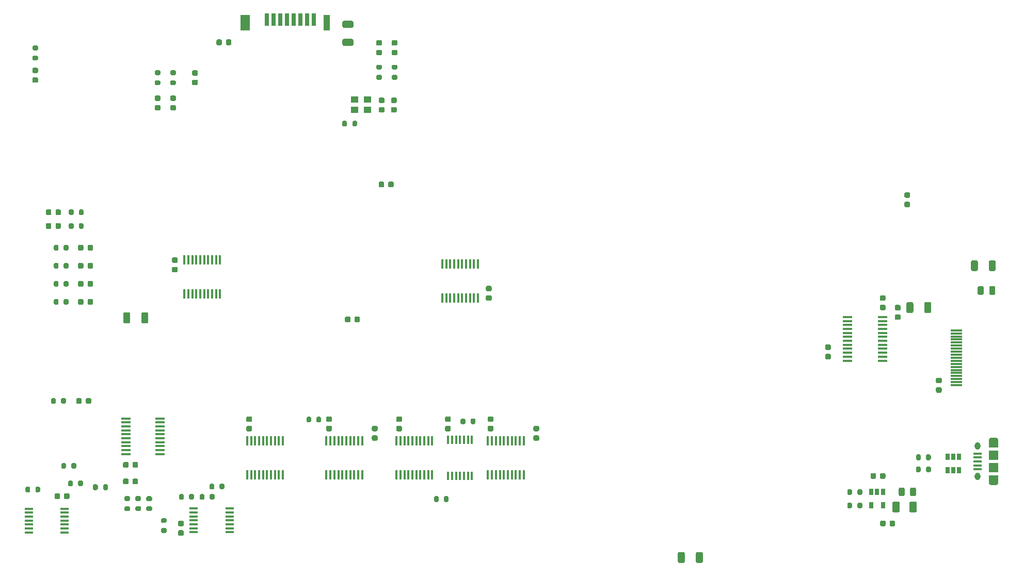
<source format=gbr>
G04 #@! TF.GenerationSoftware,KiCad,Pcbnew,5.1.9+dfsg1-1~bpo10+1*
G04 #@! TF.CreationDate,2023-04-04T12:11:00+02:00*
G04 #@! TF.ProjectId,nubus-to-ztex,6e756275-732d-4746-9f2d-7a7465782e6b,rev?*
G04 #@! TF.SameCoordinates,Original*
G04 #@! TF.FileFunction,Paste,Top*
G04 #@! TF.FilePolarity,Positive*
%FSLAX46Y46*%
G04 Gerber Fmt 4.6, Leading zero omitted, Abs format (unit mm)*
G04 Created by KiCad (PCBNEW 5.1.9+dfsg1-1~bpo10+1) date 2023-04-04 12:11:00*
%MOMM*%
%LPD*%
G01*
G04 APERTURE LIST*
%ADD10R,0.650000X1.060000*%
%ADD11O,0.950000X1.250000*%
%ADD12R,1.550000X1.200000*%
%ADD13O,1.550000X0.890000*%
%ADD14R,1.550000X1.500000*%
%ADD15R,1.350000X0.400000*%
%ADD16R,1.500000X2.600000*%
%ADD17R,1.000000X2.600000*%
%ADD18R,0.700000X2.000000*%
%ADD19R,1.300000X1.100000*%
%ADD20R,1.550000X0.450000*%
%ADD21R,0.450000X1.550000*%
%ADD22R,0.450000X1.450000*%
%ADD23R,1.450000X0.450000*%
%ADD24R,1.570000X0.410000*%
%ADD25R,1.900000X0.300000*%
G04 APERTURE END LIST*
G36*
G01*
X130765000Y-82610000D02*
X130765000Y-82110000D01*
G75*
G02*
X130990000Y-81885000I225000J0D01*
G01*
X131440000Y-81885000D01*
G75*
G02*
X131665000Y-82110000I0J-225000D01*
G01*
X131665000Y-82610000D01*
G75*
G02*
X131440000Y-82835000I-225000J0D01*
G01*
X130990000Y-82835000D01*
G75*
G02*
X130765000Y-82610000I0J225000D01*
G01*
G37*
G36*
G01*
X129215000Y-82610000D02*
X129215000Y-82110000D01*
G75*
G02*
X129440000Y-81885000I225000J0D01*
G01*
X129890000Y-81885000D01*
G75*
G02*
X130115000Y-82110000I0J-225000D01*
G01*
X130115000Y-82610000D01*
G75*
G02*
X129890000Y-82835000I-225000J0D01*
G01*
X129440000Y-82835000D01*
G75*
G02*
X129215000Y-82610000I0J225000D01*
G01*
G37*
G36*
G01*
X118130000Y-38414584D02*
X118130000Y-37902084D01*
G75*
G02*
X118348750Y-37683334I218750J0D01*
G01*
X118786250Y-37683334D01*
G75*
G02*
X119005000Y-37902084I0J-218750D01*
G01*
X119005000Y-38414584D01*
G75*
G02*
X118786250Y-38633334I-218750J0D01*
G01*
X118348750Y-38633334D01*
G75*
G02*
X118130000Y-38414584I0J218750D01*
G01*
G37*
G36*
G01*
X116555000Y-38414584D02*
X116555000Y-37902084D01*
G75*
G02*
X116773750Y-37683334I218750J0D01*
G01*
X117211250Y-37683334D01*
G75*
G02*
X117430000Y-37902084I0J-218750D01*
G01*
X117430000Y-38414584D01*
G75*
G02*
X117211250Y-38633334I-218750J0D01*
G01*
X116773750Y-38633334D01*
G75*
G02*
X116555000Y-38414584I0J218750D01*
G01*
G37*
G36*
G01*
X118130000Y-40666250D02*
X118130000Y-40153750D01*
G75*
G02*
X118348750Y-39935000I218750J0D01*
G01*
X118786250Y-39935000D01*
G75*
G02*
X119005000Y-40153750I0J-218750D01*
G01*
X119005000Y-40666250D01*
G75*
G02*
X118786250Y-40885000I-218750J0D01*
G01*
X118348750Y-40885000D01*
G75*
G02*
X118130000Y-40666250I0J218750D01*
G01*
G37*
G36*
G01*
X116555000Y-40666250D02*
X116555000Y-40153750D01*
G75*
G02*
X116773750Y-39935000I218750J0D01*
G01*
X117211250Y-39935000D01*
G75*
G02*
X117430000Y-40153750I0J-218750D01*
G01*
X117430000Y-40666250D01*
G75*
G02*
X117211250Y-40885000I-218750J0D01*
G01*
X116773750Y-40885000D01*
G75*
G02*
X116555000Y-40666250I0J218750D01*
G01*
G37*
G36*
G01*
X122702634Y-43720792D02*
X122702634Y-44233292D01*
G75*
G02*
X122483884Y-44452042I-218750J0D01*
G01*
X122046384Y-44452042D01*
G75*
G02*
X121827634Y-44233292I0J218750D01*
G01*
X121827634Y-43720792D01*
G75*
G02*
X122046384Y-43502042I218750J0D01*
G01*
X122483884Y-43502042D01*
G75*
G02*
X122702634Y-43720792I0J-218750D01*
G01*
G37*
G36*
G01*
X124277634Y-43720792D02*
X124277634Y-44233292D01*
G75*
G02*
X124058884Y-44452042I-218750J0D01*
G01*
X123621384Y-44452042D01*
G75*
G02*
X123402634Y-44233292I0J218750D01*
G01*
X123402634Y-43720792D01*
G75*
G02*
X123621384Y-43502042I218750J0D01*
G01*
X124058884Y-43502042D01*
G75*
G02*
X124277634Y-43720792I0J-218750D01*
G01*
G37*
G36*
G01*
X122702634Y-46687458D02*
X122702634Y-47199958D01*
G75*
G02*
X122483884Y-47418708I-218750J0D01*
G01*
X122046384Y-47418708D01*
G75*
G02*
X121827634Y-47199958I0J218750D01*
G01*
X121827634Y-46687458D01*
G75*
G02*
X122046384Y-46468708I218750J0D01*
G01*
X122483884Y-46468708D01*
G75*
G02*
X122702634Y-46687458I0J-218750D01*
G01*
G37*
G36*
G01*
X124277634Y-46687458D02*
X124277634Y-47199958D01*
G75*
G02*
X124058884Y-47418708I-218750J0D01*
G01*
X123621384Y-47418708D01*
G75*
G02*
X123402634Y-47199958I0J218750D01*
G01*
X123402634Y-46687458D01*
G75*
G02*
X123621384Y-46468708I218750J0D01*
G01*
X124058884Y-46468708D01*
G75*
G02*
X124277634Y-46687458I0J-218750D01*
G01*
G37*
G36*
G01*
X122702634Y-49654124D02*
X122702634Y-50166624D01*
G75*
G02*
X122483884Y-50385374I-218750J0D01*
G01*
X122046384Y-50385374D01*
G75*
G02*
X121827634Y-50166624I0J218750D01*
G01*
X121827634Y-49654124D01*
G75*
G02*
X122046384Y-49435374I218750J0D01*
G01*
X122483884Y-49435374D01*
G75*
G02*
X122702634Y-49654124I0J-218750D01*
G01*
G37*
G36*
G01*
X124277634Y-49654124D02*
X124277634Y-50166624D01*
G75*
G02*
X124058884Y-50385374I-218750J0D01*
G01*
X123621384Y-50385374D01*
G75*
G02*
X123402634Y-50166624I0J218750D01*
G01*
X123402634Y-49654124D01*
G75*
G02*
X123621384Y-49435374I218750J0D01*
G01*
X124058884Y-49435374D01*
G75*
G02*
X124277634Y-49654124I0J-218750D01*
G01*
G37*
G36*
G01*
X122702634Y-52620792D02*
X122702634Y-53133292D01*
G75*
G02*
X122483884Y-53352042I-218750J0D01*
G01*
X122046384Y-53352042D01*
G75*
G02*
X121827634Y-53133292I0J218750D01*
G01*
X121827634Y-52620792D01*
G75*
G02*
X122046384Y-52402042I218750J0D01*
G01*
X122483884Y-52402042D01*
G75*
G02*
X122702634Y-52620792I0J-218750D01*
G01*
G37*
G36*
G01*
X124277634Y-52620792D02*
X124277634Y-53133292D01*
G75*
G02*
X124058884Y-53352042I-218750J0D01*
G01*
X123621384Y-53352042D01*
G75*
G02*
X123402634Y-53133292I0J218750D01*
G01*
X123402634Y-52620792D01*
G75*
G02*
X123621384Y-52402042I218750J0D01*
G01*
X124058884Y-52402042D01*
G75*
G02*
X124277634Y-52620792I0J-218750D01*
G01*
G37*
G36*
G01*
X170947939Y-11481035D02*
X171460439Y-11481035D01*
G75*
G02*
X171679189Y-11699785I0J-218750D01*
G01*
X171679189Y-12137285D01*
G75*
G02*
X171460439Y-12356035I-218750J0D01*
G01*
X170947939Y-12356035D01*
G75*
G02*
X170729189Y-12137285I0J218750D01*
G01*
X170729189Y-11699785D01*
G75*
G02*
X170947939Y-11481035I218750J0D01*
G01*
G37*
G36*
G01*
X170947939Y-9906035D02*
X171460439Y-9906035D01*
G75*
G02*
X171679189Y-10124785I0J-218750D01*
G01*
X171679189Y-10562285D01*
G75*
G02*
X171460439Y-10781035I-218750J0D01*
G01*
X170947939Y-10781035D01*
G75*
G02*
X170729189Y-10562285I0J218750D01*
G01*
X170729189Y-10124785D01*
G75*
G02*
X170947939Y-9906035I218750J0D01*
G01*
G37*
G36*
G01*
X173487939Y-11481035D02*
X174000439Y-11481035D01*
G75*
G02*
X174219189Y-11699785I0J-218750D01*
G01*
X174219189Y-12137285D01*
G75*
G02*
X174000439Y-12356035I-218750J0D01*
G01*
X173487939Y-12356035D01*
G75*
G02*
X173269189Y-12137285I0J218750D01*
G01*
X173269189Y-11699785D01*
G75*
G02*
X173487939Y-11481035I218750J0D01*
G01*
G37*
G36*
G01*
X173487939Y-9906035D02*
X174000439Y-9906035D01*
G75*
G02*
X174219189Y-10124785I0J-218750D01*
G01*
X174219189Y-10562285D01*
G75*
G02*
X174000439Y-10781035I-218750J0D01*
G01*
X173487939Y-10781035D01*
G75*
G02*
X173269189Y-10562285I0J218750D01*
G01*
X173269189Y-10124785D01*
G75*
G02*
X173487939Y-9906035I218750J0D01*
G01*
G37*
G36*
G01*
X122410000Y-68893750D02*
X122410000Y-69406250D01*
G75*
G02*
X122191250Y-69625000I-218750J0D01*
G01*
X121753750Y-69625000D01*
G75*
G02*
X121535000Y-69406250I0J218750D01*
G01*
X121535000Y-68893750D01*
G75*
G02*
X121753750Y-68675000I218750J0D01*
G01*
X122191250Y-68675000D01*
G75*
G02*
X122410000Y-68893750I0J-218750D01*
G01*
G37*
G36*
G01*
X123985000Y-68893750D02*
X123985000Y-69406250D01*
G75*
G02*
X123766250Y-69625000I-218750J0D01*
G01*
X123328750Y-69625000D01*
G75*
G02*
X123110000Y-69406250I0J218750D01*
G01*
X123110000Y-68893750D01*
G75*
G02*
X123328750Y-68675000I218750J0D01*
G01*
X123766250Y-68675000D01*
G75*
G02*
X123985000Y-68893750I0J-218750D01*
G01*
G37*
G36*
G01*
X137666250Y-19860293D02*
X137153750Y-19860293D01*
G75*
G02*
X136935000Y-19641543I0J218750D01*
G01*
X136935000Y-19204043D01*
G75*
G02*
X137153750Y-18985293I218750J0D01*
G01*
X137666250Y-18985293D01*
G75*
G02*
X137885000Y-19204043I0J-218750D01*
G01*
X137885000Y-19641543D01*
G75*
G02*
X137666250Y-19860293I-218750J0D01*
G01*
G37*
G36*
G01*
X137666250Y-21435293D02*
X137153750Y-21435293D01*
G75*
G02*
X136935000Y-21216543I0J218750D01*
G01*
X136935000Y-20779043D01*
G75*
G02*
X137153750Y-20560293I218750J0D01*
G01*
X137666250Y-20560293D01*
G75*
G02*
X137885000Y-20779043I0J-218750D01*
G01*
X137885000Y-21216543D01*
G75*
G02*
X137666250Y-21435293I-218750J0D01*
G01*
G37*
G36*
G01*
X135136250Y-19860293D02*
X134623750Y-19860293D01*
G75*
G02*
X134405000Y-19641543I0J218750D01*
G01*
X134405000Y-19204043D01*
G75*
G02*
X134623750Y-18985293I218750J0D01*
G01*
X135136250Y-18985293D01*
G75*
G02*
X135355000Y-19204043I0J-218750D01*
G01*
X135355000Y-19641543D01*
G75*
G02*
X135136250Y-19860293I-218750J0D01*
G01*
G37*
G36*
G01*
X135136250Y-21435293D02*
X134623750Y-21435293D01*
G75*
G02*
X134405000Y-21216543I0J218750D01*
G01*
X134405000Y-20779043D01*
G75*
G02*
X134623750Y-20560293I218750J0D01*
G01*
X135136250Y-20560293D01*
G75*
G02*
X135355000Y-20779043I0J-218750D01*
G01*
X135355000Y-21216543D01*
G75*
G02*
X135136250Y-21435293I-218750J0D01*
G01*
G37*
G36*
G01*
X115056250Y-15300000D02*
X114543750Y-15300000D01*
G75*
G02*
X114325000Y-15081250I0J218750D01*
G01*
X114325000Y-14643750D01*
G75*
G02*
X114543750Y-14425000I218750J0D01*
G01*
X115056250Y-14425000D01*
G75*
G02*
X115275000Y-14643750I0J-218750D01*
G01*
X115275000Y-15081250D01*
G75*
G02*
X115056250Y-15300000I-218750J0D01*
G01*
G37*
G36*
G01*
X115056250Y-16875000D02*
X114543750Y-16875000D01*
G75*
G02*
X114325000Y-16656250I0J218750D01*
G01*
X114325000Y-16218750D01*
G75*
G02*
X114543750Y-16000000I218750J0D01*
G01*
X115056250Y-16000000D01*
G75*
G02*
X115275000Y-16218750I0J-218750D01*
G01*
X115275000Y-16656250D01*
G75*
G02*
X115056250Y-16875000I-218750J0D01*
G01*
G37*
G36*
G01*
X166810000Y-23875000D02*
X166810000Y-23325000D01*
G75*
G02*
X167010000Y-23125000I200000J0D01*
G01*
X167410000Y-23125000D01*
G75*
G02*
X167610000Y-23325000I0J-200000D01*
G01*
X167610000Y-23875000D01*
G75*
G02*
X167410000Y-24075000I-200000J0D01*
G01*
X167010000Y-24075000D01*
G75*
G02*
X166810000Y-23875000I0J200000D01*
G01*
G37*
G36*
G01*
X165160000Y-23875000D02*
X165160000Y-23325000D01*
G75*
G02*
X165360000Y-23125000I200000J0D01*
G01*
X165760000Y-23125000D01*
G75*
G02*
X165960000Y-23325000I0J-200000D01*
G01*
X165960000Y-23875000D01*
G75*
G02*
X165760000Y-24075000I-200000J0D01*
G01*
X165360000Y-24075000D01*
G75*
G02*
X165160000Y-23875000I0J200000D01*
G01*
G37*
G36*
G01*
X134605000Y-16485293D02*
X135155000Y-16485293D01*
G75*
G02*
X135355000Y-16685293I0J-200000D01*
G01*
X135355000Y-17085293D01*
G75*
G02*
X135155000Y-17285293I-200000J0D01*
G01*
X134605000Y-17285293D01*
G75*
G02*
X134405000Y-17085293I0J200000D01*
G01*
X134405000Y-16685293D01*
G75*
G02*
X134605000Y-16485293I200000J0D01*
G01*
G37*
G36*
G01*
X134605000Y-14835293D02*
X135155000Y-14835293D01*
G75*
G02*
X135355000Y-15035293I0J-200000D01*
G01*
X135355000Y-15435293D01*
G75*
G02*
X135155000Y-15635293I-200000J0D01*
G01*
X134605000Y-15635293D01*
G75*
G02*
X134405000Y-15435293I0J200000D01*
G01*
X134405000Y-15035293D01*
G75*
G02*
X134605000Y-14835293I200000J0D01*
G01*
G37*
G36*
G01*
X137145000Y-16485293D02*
X137695000Y-16485293D01*
G75*
G02*
X137895000Y-16685293I0J-200000D01*
G01*
X137895000Y-17085293D01*
G75*
G02*
X137695000Y-17285293I-200000J0D01*
G01*
X137145000Y-17285293D01*
G75*
G02*
X136945000Y-17085293I0J200000D01*
G01*
X136945000Y-16685293D01*
G75*
G02*
X137145000Y-16485293I200000J0D01*
G01*
G37*
G36*
G01*
X137145000Y-14835293D02*
X137695000Y-14835293D01*
G75*
G02*
X137895000Y-15035293I0J-200000D01*
G01*
X137895000Y-15435293D01*
G75*
G02*
X137695000Y-15635293I-200000J0D01*
G01*
X137145000Y-15635293D01*
G75*
G02*
X136945000Y-15435293I0J200000D01*
G01*
X136945000Y-15035293D01*
G75*
G02*
X137145000Y-14835293I200000J0D01*
G01*
G37*
G36*
G01*
X119035000Y-69425000D02*
X119035000Y-68875000D01*
G75*
G02*
X119235000Y-68675000I200000J0D01*
G01*
X119635000Y-68675000D01*
G75*
G02*
X119835000Y-68875000I0J-200000D01*
G01*
X119835000Y-69425000D01*
G75*
G02*
X119635000Y-69625000I-200000J0D01*
G01*
X119235000Y-69625000D01*
G75*
G02*
X119035000Y-69425000I0J200000D01*
G01*
G37*
G36*
G01*
X117385000Y-69425000D02*
X117385000Y-68875000D01*
G75*
G02*
X117585000Y-68675000I200000J0D01*
G01*
X117985000Y-68675000D01*
G75*
G02*
X118185000Y-68875000I0J-200000D01*
G01*
X118185000Y-69425000D01*
G75*
G02*
X117985000Y-69625000I-200000J0D01*
G01*
X117585000Y-69625000D01*
G75*
G02*
X117385000Y-69425000I0J200000D01*
G01*
G37*
G36*
G01*
X174019189Y-14736035D02*
X173469189Y-14736035D01*
G75*
G02*
X173269189Y-14536035I0J200000D01*
G01*
X173269189Y-14136035D01*
G75*
G02*
X173469189Y-13936035I200000J0D01*
G01*
X174019189Y-13936035D01*
G75*
G02*
X174219189Y-14136035I0J-200000D01*
G01*
X174219189Y-14536035D01*
G75*
G02*
X174019189Y-14736035I-200000J0D01*
G01*
G37*
G36*
G01*
X174019189Y-16386035D02*
X173469189Y-16386035D01*
G75*
G02*
X173269189Y-16186035I0J200000D01*
G01*
X173269189Y-15786035D01*
G75*
G02*
X173469189Y-15586035I200000J0D01*
G01*
X174019189Y-15586035D01*
G75*
G02*
X174219189Y-15786035I0J-200000D01*
G01*
X174219189Y-16186035D01*
G75*
G02*
X174019189Y-16386035I-200000J0D01*
G01*
G37*
G36*
G01*
X171479189Y-14736035D02*
X170929189Y-14736035D01*
G75*
G02*
X170729189Y-14536035I0J200000D01*
G01*
X170729189Y-14136035D01*
G75*
G02*
X170929189Y-13936035I200000J0D01*
G01*
X171479189Y-13936035D01*
G75*
G02*
X171679189Y-14136035I0J-200000D01*
G01*
X171679189Y-14536035D01*
G75*
G02*
X171479189Y-14736035I-200000J0D01*
G01*
G37*
G36*
G01*
X171479189Y-16386035D02*
X170929189Y-16386035D01*
G75*
G02*
X170729189Y-16186035I0J200000D01*
G01*
X170729189Y-15786035D01*
G75*
G02*
X170929189Y-15586035I200000J0D01*
G01*
X171479189Y-15586035D01*
G75*
G02*
X171679189Y-15786035I0J-200000D01*
G01*
X171679189Y-16186035D01*
G75*
G02*
X171479189Y-16386035I-200000J0D01*
G01*
G37*
G36*
G01*
X113975000Y-83425000D02*
X113975000Y-83975000D01*
G75*
G02*
X113775000Y-84175000I-200000J0D01*
G01*
X113375000Y-84175000D01*
G75*
G02*
X113175000Y-83975000I0J200000D01*
G01*
X113175000Y-83425000D01*
G75*
G02*
X113375000Y-83225000I200000J0D01*
G01*
X113775000Y-83225000D01*
G75*
G02*
X113975000Y-83425000I0J-200000D01*
G01*
G37*
G36*
G01*
X115625000Y-83425000D02*
X115625000Y-83975000D01*
G75*
G02*
X115425000Y-84175000I-200000J0D01*
G01*
X115025000Y-84175000D01*
G75*
G02*
X114825000Y-83975000I0J200000D01*
G01*
X114825000Y-83425000D01*
G75*
G02*
X115025000Y-83225000I200000J0D01*
G01*
X115425000Y-83225000D01*
G75*
G02*
X115625000Y-83425000I0J-200000D01*
G01*
G37*
G36*
G01*
X120725000Y-80075000D02*
X120725000Y-79525000D01*
G75*
G02*
X120925000Y-79325000I200000J0D01*
G01*
X121325000Y-79325000D01*
G75*
G02*
X121525000Y-79525000I0J-200000D01*
G01*
X121525000Y-80075000D01*
G75*
G02*
X121325000Y-80275000I-200000J0D01*
G01*
X120925000Y-80275000D01*
G75*
G02*
X120725000Y-80075000I0J200000D01*
G01*
G37*
G36*
G01*
X119075000Y-80075000D02*
X119075000Y-79525000D01*
G75*
G02*
X119275000Y-79325000I200000J0D01*
G01*
X119675000Y-79325000D01*
G75*
G02*
X119875000Y-79525000I0J-200000D01*
G01*
X119875000Y-80075000D01*
G75*
G02*
X119675000Y-80275000I-200000J0D01*
G01*
X119275000Y-80275000D01*
G75*
G02*
X119075000Y-80075000I0J200000D01*
G01*
G37*
G36*
G01*
X125075000Y-83025000D02*
X125075000Y-83575000D01*
G75*
G02*
X124875000Y-83775000I-200000J0D01*
G01*
X124475000Y-83775000D01*
G75*
G02*
X124275000Y-83575000I0J200000D01*
G01*
X124275000Y-83025000D01*
G75*
G02*
X124475000Y-82825000I200000J0D01*
G01*
X124875000Y-82825000D01*
G75*
G02*
X125075000Y-83025000I0J-200000D01*
G01*
G37*
G36*
G01*
X126725000Y-83025000D02*
X126725000Y-83575000D01*
G75*
G02*
X126525000Y-83775000I-200000J0D01*
G01*
X126125000Y-83775000D01*
G75*
G02*
X125925000Y-83575000I0J200000D01*
G01*
X125925000Y-83025000D01*
G75*
G02*
X126125000Y-82825000I200000J0D01*
G01*
X126525000Y-82825000D01*
G75*
G02*
X126725000Y-83025000I0J-200000D01*
G01*
G37*
G36*
G01*
X121825000Y-82975000D02*
X121825000Y-82425000D01*
G75*
G02*
X122025000Y-82225000I200000J0D01*
G01*
X122425000Y-82225000D01*
G75*
G02*
X122625000Y-82425000I0J-200000D01*
G01*
X122625000Y-82975000D01*
G75*
G02*
X122425000Y-83175000I-200000J0D01*
G01*
X122025000Y-83175000D01*
G75*
G02*
X121825000Y-82975000I0J200000D01*
G01*
G37*
G36*
G01*
X120175000Y-82975000D02*
X120175000Y-82425000D01*
G75*
G02*
X120375000Y-82225000I200000J0D01*
G01*
X120775000Y-82225000D01*
G75*
G02*
X120975000Y-82425000I0J-200000D01*
G01*
X120975000Y-82975000D01*
G75*
G02*
X120775000Y-83175000I-200000J0D01*
G01*
X120375000Y-83175000D01*
G75*
G02*
X120175000Y-82975000I0J200000D01*
G01*
G37*
G36*
G01*
X181837661Y-85530497D02*
X181837661Y-84980497D01*
G75*
G02*
X182037661Y-84780497I200000J0D01*
G01*
X182437661Y-84780497D01*
G75*
G02*
X182637661Y-84980497I0J-200000D01*
G01*
X182637661Y-85530497D01*
G75*
G02*
X182437661Y-85730497I-200000J0D01*
G01*
X182037661Y-85730497D01*
G75*
G02*
X181837661Y-85530497I0J200000D01*
G01*
G37*
G36*
G01*
X180187661Y-85530497D02*
X180187661Y-84980497D01*
G75*
G02*
X180387661Y-84780497I200000J0D01*
G01*
X180787661Y-84780497D01*
G75*
G02*
X180987661Y-84980497I0J-200000D01*
G01*
X180987661Y-85530497D01*
G75*
G02*
X180787661Y-85730497I-200000J0D01*
G01*
X180387661Y-85730497D01*
G75*
G02*
X180187661Y-85530497I0J200000D01*
G01*
G37*
G36*
G01*
X185375000Y-72225000D02*
X185375000Y-72775000D01*
G75*
G02*
X185175000Y-72975000I-200000J0D01*
G01*
X184775000Y-72975000D01*
G75*
G02*
X184575000Y-72775000I0J200000D01*
G01*
X184575000Y-72225000D01*
G75*
G02*
X184775000Y-72025000I200000J0D01*
G01*
X185175000Y-72025000D01*
G75*
G02*
X185375000Y-72225000I0J-200000D01*
G01*
G37*
G36*
G01*
X187025000Y-72225000D02*
X187025000Y-72775000D01*
G75*
G02*
X186825000Y-72975000I-200000J0D01*
G01*
X186425000Y-72975000D01*
G75*
G02*
X186225000Y-72775000I0J200000D01*
G01*
X186225000Y-72225000D01*
G75*
G02*
X186425000Y-72025000I200000J0D01*
G01*
X186825000Y-72025000D01*
G75*
G02*
X187025000Y-72225000I0J-200000D01*
G01*
G37*
G36*
G01*
X142575000Y-84625000D02*
X142575000Y-85175000D01*
G75*
G02*
X142375000Y-85375000I-200000J0D01*
G01*
X141975000Y-85375000D01*
G75*
G02*
X141775000Y-85175000I0J200000D01*
G01*
X141775000Y-84625000D01*
G75*
G02*
X141975000Y-84425000I200000J0D01*
G01*
X142375000Y-84425000D01*
G75*
G02*
X142575000Y-84625000I0J-200000D01*
G01*
G37*
G36*
G01*
X144225000Y-84625000D02*
X144225000Y-85175000D01*
G75*
G02*
X144025000Y-85375000I-200000J0D01*
G01*
X143625000Y-85375000D01*
G75*
G02*
X143425000Y-85175000I0J200000D01*
G01*
X143425000Y-84625000D01*
G75*
G02*
X143625000Y-84425000I200000J0D01*
G01*
X144025000Y-84425000D01*
G75*
G02*
X144225000Y-84625000I0J-200000D01*
G01*
G37*
G36*
G01*
X145025000Y-83475000D02*
X145025000Y-82925000D01*
G75*
G02*
X145225000Y-82725000I200000J0D01*
G01*
X145625000Y-82725000D01*
G75*
G02*
X145825000Y-82925000I0J-200000D01*
G01*
X145825000Y-83475000D01*
G75*
G02*
X145625000Y-83675000I-200000J0D01*
G01*
X145225000Y-83675000D01*
G75*
G02*
X145025000Y-83475000I0J200000D01*
G01*
G37*
G36*
G01*
X143375000Y-83475000D02*
X143375000Y-82925000D01*
G75*
G02*
X143575000Y-82725000I200000J0D01*
G01*
X143975000Y-82725000D01*
G75*
G02*
X144175000Y-82925000I0J-200000D01*
G01*
X144175000Y-83475000D01*
G75*
G02*
X143975000Y-83675000I-200000J0D01*
G01*
X143575000Y-83675000D01*
G75*
G02*
X143375000Y-83475000I0J200000D01*
G01*
G37*
G36*
G01*
X136175000Y-89175000D02*
X135625000Y-89175000D01*
G75*
G02*
X135425000Y-88975000I0J200000D01*
G01*
X135425000Y-88575000D01*
G75*
G02*
X135625000Y-88375000I200000J0D01*
G01*
X136175000Y-88375000D01*
G75*
G02*
X136375000Y-88575000I0J-200000D01*
G01*
X136375000Y-88975000D01*
G75*
G02*
X136175000Y-89175000I-200000J0D01*
G01*
G37*
G36*
G01*
X136175000Y-90825000D02*
X135625000Y-90825000D01*
G75*
G02*
X135425000Y-90625000I0J200000D01*
G01*
X135425000Y-90225000D01*
G75*
G02*
X135625000Y-90025000I200000J0D01*
G01*
X136175000Y-90025000D01*
G75*
G02*
X136375000Y-90225000I0J-200000D01*
G01*
X136375000Y-90625000D01*
G75*
G02*
X136175000Y-90825000I-200000J0D01*
G01*
G37*
G36*
G01*
X139175000Y-84625000D02*
X139175000Y-85175000D01*
G75*
G02*
X138975000Y-85375000I-200000J0D01*
G01*
X138575000Y-85375000D01*
G75*
G02*
X138375000Y-85175000I0J200000D01*
G01*
X138375000Y-84625000D01*
G75*
G02*
X138575000Y-84425000I200000J0D01*
G01*
X138975000Y-84425000D01*
G75*
G02*
X139175000Y-84625000I0J-200000D01*
G01*
G37*
G36*
G01*
X140825000Y-84625000D02*
X140825000Y-85175000D01*
G75*
G02*
X140625000Y-85375000I-200000J0D01*
G01*
X140225000Y-85375000D01*
G75*
G02*
X140025000Y-85175000I0J200000D01*
G01*
X140025000Y-84625000D01*
G75*
G02*
X140225000Y-84425000I200000J0D01*
G01*
X140625000Y-84425000D01*
G75*
G02*
X140825000Y-84625000I0J-200000D01*
G01*
G37*
G36*
G01*
X114525000Y-12425000D02*
X115075000Y-12425000D01*
G75*
G02*
X115275000Y-12625000I0J-200000D01*
G01*
X115275000Y-13025000D01*
G75*
G02*
X115075000Y-13225000I-200000J0D01*
G01*
X114525000Y-13225000D01*
G75*
G02*
X114325000Y-13025000I0J200000D01*
G01*
X114325000Y-12625000D01*
G75*
G02*
X114525000Y-12425000I200000J0D01*
G01*
G37*
G36*
G01*
X114525000Y-10775000D02*
X115075000Y-10775000D01*
G75*
G02*
X115275000Y-10975000I0J-200000D01*
G01*
X115275000Y-11375000D01*
G75*
G02*
X115075000Y-11575000I-200000J0D01*
G01*
X114525000Y-11575000D01*
G75*
G02*
X114325000Y-11375000I0J200000D01*
G01*
X114325000Y-10975000D01*
G75*
G02*
X114525000Y-10775000I200000J0D01*
G01*
G37*
G36*
G01*
X119477634Y-53152042D02*
X119477634Y-52602042D01*
G75*
G02*
X119677634Y-52402042I200000J0D01*
G01*
X120077634Y-52402042D01*
G75*
G02*
X120277634Y-52602042I0J-200000D01*
G01*
X120277634Y-53152042D01*
G75*
G02*
X120077634Y-53352042I-200000J0D01*
G01*
X119677634Y-53352042D01*
G75*
G02*
X119477634Y-53152042I0J200000D01*
G01*
G37*
G36*
G01*
X117827634Y-53152042D02*
X117827634Y-52602042D01*
G75*
G02*
X118027634Y-52402042I200000J0D01*
G01*
X118427634Y-52402042D01*
G75*
G02*
X118627634Y-52602042I0J-200000D01*
G01*
X118627634Y-53152042D01*
G75*
G02*
X118427634Y-53352042I-200000J0D01*
G01*
X118027634Y-53352042D01*
G75*
G02*
X117827634Y-53152042I0J200000D01*
G01*
G37*
G36*
G01*
X119477634Y-44252042D02*
X119477634Y-43702042D01*
G75*
G02*
X119677634Y-43502042I200000J0D01*
G01*
X120077634Y-43502042D01*
G75*
G02*
X120277634Y-43702042I0J-200000D01*
G01*
X120277634Y-44252042D01*
G75*
G02*
X120077634Y-44452042I-200000J0D01*
G01*
X119677634Y-44452042D01*
G75*
G02*
X119477634Y-44252042I0J200000D01*
G01*
G37*
G36*
G01*
X117827634Y-44252042D02*
X117827634Y-43702042D01*
G75*
G02*
X118027634Y-43502042I200000J0D01*
G01*
X118427634Y-43502042D01*
G75*
G02*
X118627634Y-43702042I0J-200000D01*
G01*
X118627634Y-44252042D01*
G75*
G02*
X118427634Y-44452042I-200000J0D01*
G01*
X118027634Y-44452042D01*
G75*
G02*
X117827634Y-44252042I0J200000D01*
G01*
G37*
G36*
G01*
X119477634Y-47218708D02*
X119477634Y-46668708D01*
G75*
G02*
X119677634Y-46468708I200000J0D01*
G01*
X120077634Y-46468708D01*
G75*
G02*
X120277634Y-46668708I0J-200000D01*
G01*
X120277634Y-47218708D01*
G75*
G02*
X120077634Y-47418708I-200000J0D01*
G01*
X119677634Y-47418708D01*
G75*
G02*
X119477634Y-47218708I0J200000D01*
G01*
G37*
G36*
G01*
X117827634Y-47218708D02*
X117827634Y-46668708D01*
G75*
G02*
X118027634Y-46468708I200000J0D01*
G01*
X118427634Y-46468708D01*
G75*
G02*
X118627634Y-46668708I0J-200000D01*
G01*
X118627634Y-47218708D01*
G75*
G02*
X118427634Y-47418708I-200000J0D01*
G01*
X118027634Y-47418708D01*
G75*
G02*
X117827634Y-47218708I0J200000D01*
G01*
G37*
G36*
G01*
X119477634Y-50185374D02*
X119477634Y-49635374D01*
G75*
G02*
X119677634Y-49435374I200000J0D01*
G01*
X120077634Y-49435374D01*
G75*
G02*
X120277634Y-49635374I0J-200000D01*
G01*
X120277634Y-50185374D01*
G75*
G02*
X120077634Y-50385374I-200000J0D01*
G01*
X119677634Y-50385374D01*
G75*
G02*
X119477634Y-50185374I0J200000D01*
G01*
G37*
G36*
G01*
X117827634Y-50185374D02*
X117827634Y-49635374D01*
G75*
G02*
X118027634Y-49435374I200000J0D01*
G01*
X118427634Y-49435374D01*
G75*
G02*
X118627634Y-49635374I0J-200000D01*
G01*
X118627634Y-50185374D01*
G75*
G02*
X118427634Y-50385374I-200000J0D01*
G01*
X118027634Y-50385374D01*
G75*
G02*
X117827634Y-50185374I0J200000D01*
G01*
G37*
G36*
G01*
X131972842Y-85582091D02*
X131422842Y-85582091D01*
G75*
G02*
X131222842Y-85382091I0J200000D01*
G01*
X131222842Y-84982091D01*
G75*
G02*
X131422842Y-84782091I200000J0D01*
G01*
X131972842Y-84782091D01*
G75*
G02*
X132172842Y-84982091I0J-200000D01*
G01*
X132172842Y-85382091D01*
G75*
G02*
X131972842Y-85582091I-200000J0D01*
G01*
G37*
G36*
G01*
X131972842Y-87232091D02*
X131422842Y-87232091D01*
G75*
G02*
X131222842Y-87032091I0J200000D01*
G01*
X131222842Y-86632091D01*
G75*
G02*
X131422842Y-86432091I200000J0D01*
G01*
X131972842Y-86432091D01*
G75*
G02*
X132172842Y-86632091I0J-200000D01*
G01*
X132172842Y-87032091D01*
G75*
G02*
X131972842Y-87232091I-200000J0D01*
G01*
G37*
G36*
G01*
X130172842Y-85582091D02*
X129622842Y-85582091D01*
G75*
G02*
X129422842Y-85382091I0J200000D01*
G01*
X129422842Y-84982091D01*
G75*
G02*
X129622842Y-84782091I200000J0D01*
G01*
X130172842Y-84782091D01*
G75*
G02*
X130372842Y-84982091I0J-200000D01*
G01*
X130372842Y-85382091D01*
G75*
G02*
X130172842Y-85582091I-200000J0D01*
G01*
G37*
G36*
G01*
X130172842Y-87232091D02*
X129622842Y-87232091D01*
G75*
G02*
X129422842Y-87032091I0J200000D01*
G01*
X129422842Y-86632091D01*
G75*
G02*
X129622842Y-86432091I200000J0D01*
G01*
X130172842Y-86432091D01*
G75*
G02*
X130372842Y-86632091I0J-200000D01*
G01*
X130372842Y-87032091D01*
G75*
G02*
X130172842Y-87232091I-200000J0D01*
G01*
G37*
G36*
G01*
X133772842Y-85582091D02*
X133222842Y-85582091D01*
G75*
G02*
X133022842Y-85382091I0J200000D01*
G01*
X133022842Y-84982091D01*
G75*
G02*
X133222842Y-84782091I200000J0D01*
G01*
X133772842Y-84782091D01*
G75*
G02*
X133972842Y-84982091I0J-200000D01*
G01*
X133972842Y-85382091D01*
G75*
G02*
X133772842Y-85582091I-200000J0D01*
G01*
G37*
G36*
G01*
X133772842Y-87232091D02*
X133222842Y-87232091D01*
G75*
G02*
X133022842Y-87032091I0J200000D01*
G01*
X133022842Y-86632091D01*
G75*
G02*
X133222842Y-86432091I200000J0D01*
G01*
X133772842Y-86432091D01*
G75*
G02*
X133972842Y-86632091I0J-200000D01*
G01*
X133972842Y-87032091D01*
G75*
G02*
X133772842Y-87232091I-200000J0D01*
G01*
G37*
G36*
G01*
X260075000Y-78120000D02*
X260075000Y-78670000D01*
G75*
G02*
X259875000Y-78870000I-200000J0D01*
G01*
X259475000Y-78870000D01*
G75*
G02*
X259275000Y-78670000I0J200000D01*
G01*
X259275000Y-78120000D01*
G75*
G02*
X259475000Y-77920000I200000J0D01*
G01*
X259875000Y-77920000D01*
G75*
G02*
X260075000Y-78120000I0J-200000D01*
G01*
G37*
G36*
G01*
X261725000Y-78120000D02*
X261725000Y-78670000D01*
G75*
G02*
X261525000Y-78870000I-200000J0D01*
G01*
X261125000Y-78870000D01*
G75*
G02*
X260925000Y-78670000I0J200000D01*
G01*
X260925000Y-78120000D01*
G75*
G02*
X261125000Y-77920000I200000J0D01*
G01*
X261525000Y-77920000D01*
G75*
G02*
X261725000Y-78120000I0J-200000D01*
G01*
G37*
G36*
G01*
X260075000Y-80120000D02*
X260075000Y-80670000D01*
G75*
G02*
X259875000Y-80870000I-200000J0D01*
G01*
X259475000Y-80870000D01*
G75*
G02*
X259275000Y-80670000I0J200000D01*
G01*
X259275000Y-80120000D01*
G75*
G02*
X259475000Y-79920000I200000J0D01*
G01*
X259875000Y-79920000D01*
G75*
G02*
X260075000Y-80120000I0J-200000D01*
G01*
G37*
G36*
G01*
X261725000Y-80120000D02*
X261725000Y-80670000D01*
G75*
G02*
X261525000Y-80870000I-200000J0D01*
G01*
X261125000Y-80870000D01*
G75*
G02*
X260925000Y-80670000I0J200000D01*
G01*
X260925000Y-80120000D01*
G75*
G02*
X261125000Y-79920000I200000J0D01*
G01*
X261525000Y-79920000D01*
G75*
G02*
X261725000Y-80120000I0J-200000D01*
G01*
G37*
G36*
G01*
X248815000Y-86035000D02*
X248815000Y-86585000D01*
G75*
G02*
X248615000Y-86785000I-200000J0D01*
G01*
X248215000Y-86785000D01*
G75*
G02*
X248015000Y-86585000I0J200000D01*
G01*
X248015000Y-86035000D01*
G75*
G02*
X248215000Y-85835000I200000J0D01*
G01*
X248615000Y-85835000D01*
G75*
G02*
X248815000Y-86035000I0J-200000D01*
G01*
G37*
G36*
G01*
X250465000Y-86035000D02*
X250465000Y-86585000D01*
G75*
G02*
X250265000Y-86785000I-200000J0D01*
G01*
X249865000Y-86785000D01*
G75*
G02*
X249665000Y-86585000I0J200000D01*
G01*
X249665000Y-86035000D01*
G75*
G02*
X249865000Y-85835000I200000J0D01*
G01*
X250265000Y-85835000D01*
G75*
G02*
X250465000Y-86035000I0J-200000D01*
G01*
G37*
G36*
G01*
X248815000Y-83835000D02*
X248815000Y-84385000D01*
G75*
G02*
X248615000Y-84585000I-200000J0D01*
G01*
X248215000Y-84585000D01*
G75*
G02*
X248015000Y-84385000I0J200000D01*
G01*
X248015000Y-83835000D01*
G75*
G02*
X248215000Y-83635000I200000J0D01*
G01*
X248615000Y-83635000D01*
G75*
G02*
X248815000Y-83835000I0J-200000D01*
G01*
G37*
G36*
G01*
X250465000Y-83835000D02*
X250465000Y-84385000D01*
G75*
G02*
X250265000Y-84585000I-200000J0D01*
G01*
X249865000Y-84585000D01*
G75*
G02*
X249665000Y-84385000I0J200000D01*
G01*
X249665000Y-83835000D01*
G75*
G02*
X249865000Y-83635000I200000J0D01*
G01*
X250265000Y-83635000D01*
G75*
G02*
X250465000Y-83835000I0J-200000D01*
G01*
G37*
G36*
G01*
X121095000Y-37883334D02*
X121095000Y-38433334D01*
G75*
G02*
X120895000Y-38633334I-200000J0D01*
G01*
X120495000Y-38633334D01*
G75*
G02*
X120295000Y-38433334I0J200000D01*
G01*
X120295000Y-37883334D01*
G75*
G02*
X120495000Y-37683334I200000J0D01*
G01*
X120895000Y-37683334D01*
G75*
G02*
X121095000Y-37883334I0J-200000D01*
G01*
G37*
G36*
G01*
X122745000Y-37883334D02*
X122745000Y-38433334D01*
G75*
G02*
X122545000Y-38633334I-200000J0D01*
G01*
X122145000Y-38633334D01*
G75*
G02*
X121945000Y-38433334I0J200000D01*
G01*
X121945000Y-37883334D01*
G75*
G02*
X122145000Y-37683334I200000J0D01*
G01*
X122545000Y-37683334D01*
G75*
G02*
X122745000Y-37883334I0J-200000D01*
G01*
G37*
G36*
G01*
X121095000Y-40135000D02*
X121095000Y-40685000D01*
G75*
G02*
X120895000Y-40885000I-200000J0D01*
G01*
X120495000Y-40885000D01*
G75*
G02*
X120295000Y-40685000I0J200000D01*
G01*
X120295000Y-40135000D01*
G75*
G02*
X120495000Y-39935000I200000J0D01*
G01*
X120895000Y-39935000D01*
G75*
G02*
X121095000Y-40135000I0J-200000D01*
G01*
G37*
G36*
G01*
X122745000Y-40135000D02*
X122745000Y-40685000D01*
G75*
G02*
X122545000Y-40885000I-200000J0D01*
G01*
X122145000Y-40885000D01*
G75*
G02*
X121945000Y-40685000I0J200000D01*
G01*
X121945000Y-40135000D01*
G75*
G02*
X122145000Y-39935000I200000J0D01*
G01*
X122545000Y-39935000D01*
G75*
G02*
X122745000Y-40135000I0J-200000D01*
G01*
G37*
G36*
G01*
X160075000Y-71925000D02*
X160075000Y-72475000D01*
G75*
G02*
X159875000Y-72675000I-200000J0D01*
G01*
X159475000Y-72675000D01*
G75*
G02*
X159275000Y-72475000I0J200000D01*
G01*
X159275000Y-71925000D01*
G75*
G02*
X159475000Y-71725000I200000J0D01*
G01*
X159875000Y-71725000D01*
G75*
G02*
X160075000Y-71925000I0J-200000D01*
G01*
G37*
G36*
G01*
X161725000Y-71925000D02*
X161725000Y-72475000D01*
G75*
G02*
X161525000Y-72675000I-200000J0D01*
G01*
X161125000Y-72675000D01*
G75*
G02*
X160925000Y-72475000I0J200000D01*
G01*
X160925000Y-71925000D01*
G75*
G02*
X161125000Y-71725000I200000J0D01*
G01*
X161525000Y-71725000D01*
G75*
G02*
X161725000Y-71925000I0J-200000D01*
G01*
G37*
G36*
G01*
X140750000Y-16385293D02*
X141250000Y-16385293D01*
G75*
G02*
X141475000Y-16610293I0J-225000D01*
G01*
X141475000Y-17060293D01*
G75*
G02*
X141250000Y-17285293I-225000J0D01*
G01*
X140750000Y-17285293D01*
G75*
G02*
X140525000Y-17060293I0J225000D01*
G01*
X140525000Y-16610293D01*
G75*
G02*
X140750000Y-16385293I225000J0D01*
G01*
G37*
G36*
G01*
X140750000Y-14835293D02*
X141250000Y-14835293D01*
G75*
G02*
X141475000Y-15060293I0J-225000D01*
G01*
X141475000Y-15510293D01*
G75*
G02*
X141250000Y-15735293I-225000J0D01*
G01*
X140750000Y-15735293D01*
G75*
G02*
X140525000Y-15510293I0J225000D01*
G01*
X140525000Y-15060293D01*
G75*
G02*
X140750000Y-14835293I225000J0D01*
G01*
G37*
G36*
G01*
X189750000Y-72587500D02*
X189250000Y-72587500D01*
G75*
G02*
X189025000Y-72362500I0J225000D01*
G01*
X189025000Y-71912500D01*
G75*
G02*
X189250000Y-71687500I225000J0D01*
G01*
X189750000Y-71687500D01*
G75*
G02*
X189975000Y-71912500I0J-225000D01*
G01*
X189975000Y-72362500D01*
G75*
G02*
X189750000Y-72587500I-225000J0D01*
G01*
G37*
G36*
G01*
X189750000Y-74137500D02*
X189250000Y-74137500D01*
G75*
G02*
X189025000Y-73912500I0J225000D01*
G01*
X189025000Y-73462500D01*
G75*
G02*
X189250000Y-73237500I225000J0D01*
G01*
X189750000Y-73237500D01*
G75*
G02*
X189975000Y-73462500I0J-225000D01*
G01*
X189975000Y-73912500D01*
G75*
G02*
X189750000Y-74137500I-225000J0D01*
G01*
G37*
G36*
G01*
X170250000Y-74787500D02*
X170750000Y-74787500D01*
G75*
G02*
X170975000Y-75012500I0J-225000D01*
G01*
X170975000Y-75462500D01*
G75*
G02*
X170750000Y-75687500I-225000J0D01*
G01*
X170250000Y-75687500D01*
G75*
G02*
X170025000Y-75462500I0J225000D01*
G01*
X170025000Y-75012500D01*
G75*
G02*
X170250000Y-74787500I225000J0D01*
G01*
G37*
G36*
G01*
X170250000Y-73237500D02*
X170750000Y-73237500D01*
G75*
G02*
X170975000Y-73462500I0J-225000D01*
G01*
X170975000Y-73912500D01*
G75*
G02*
X170750000Y-74137500I-225000J0D01*
G01*
X170250000Y-74137500D01*
G75*
G02*
X170025000Y-73912500I0J225000D01*
G01*
X170025000Y-73462500D01*
G75*
G02*
X170250000Y-73237500I225000J0D01*
G01*
G37*
G36*
G01*
X196750000Y-74787500D02*
X197250000Y-74787500D01*
G75*
G02*
X197475000Y-75012500I0J-225000D01*
G01*
X197475000Y-75462500D01*
G75*
G02*
X197250000Y-75687500I-225000J0D01*
G01*
X196750000Y-75687500D01*
G75*
G02*
X196525000Y-75462500I0J225000D01*
G01*
X196525000Y-75012500D01*
G75*
G02*
X196750000Y-74787500I225000J0D01*
G01*
G37*
G36*
G01*
X196750000Y-73237500D02*
X197250000Y-73237500D01*
G75*
G02*
X197475000Y-73462500I0J-225000D01*
G01*
X197475000Y-73912500D01*
G75*
G02*
X197250000Y-74137500I-225000J0D01*
G01*
X196750000Y-74137500D01*
G75*
G02*
X196525000Y-73912500I0J225000D01*
G01*
X196525000Y-73462500D01*
G75*
G02*
X196750000Y-73237500I225000J0D01*
G01*
G37*
G36*
G01*
X171885000Y-20225000D02*
X171385000Y-20225000D01*
G75*
G02*
X171160000Y-20000000I0J225000D01*
G01*
X171160000Y-19550000D01*
G75*
G02*
X171385000Y-19325000I225000J0D01*
G01*
X171885000Y-19325000D01*
G75*
G02*
X172110000Y-19550000I0J-225000D01*
G01*
X172110000Y-20000000D01*
G75*
G02*
X171885000Y-20225000I-225000J0D01*
G01*
G37*
G36*
G01*
X171885000Y-21775000D02*
X171385000Y-21775000D01*
G75*
G02*
X171160000Y-21550000I0J225000D01*
G01*
X171160000Y-21100000D01*
G75*
G02*
X171385000Y-20875000I225000J0D01*
G01*
X171885000Y-20875000D01*
G75*
G02*
X172110000Y-21100000I0J-225000D01*
G01*
X172110000Y-21550000D01*
G75*
G02*
X171885000Y-21775000I-225000J0D01*
G01*
G37*
G36*
G01*
X173885000Y-20225000D02*
X173385000Y-20225000D01*
G75*
G02*
X173160000Y-20000000I0J225000D01*
G01*
X173160000Y-19550000D01*
G75*
G02*
X173385000Y-19325000I225000J0D01*
G01*
X173885000Y-19325000D01*
G75*
G02*
X174110000Y-19550000I0J-225000D01*
G01*
X174110000Y-20000000D01*
G75*
G02*
X173885000Y-20225000I-225000J0D01*
G01*
G37*
G36*
G01*
X173885000Y-21775000D02*
X173385000Y-21775000D01*
G75*
G02*
X173160000Y-21550000I0J225000D01*
G01*
X173160000Y-21100000D01*
G75*
G02*
X173385000Y-20875000I225000J0D01*
G01*
X173885000Y-20875000D01*
G75*
G02*
X174110000Y-21100000I0J-225000D01*
G01*
X174110000Y-21550000D01*
G75*
G02*
X173885000Y-21775000I-225000J0D01*
G01*
G37*
G36*
G01*
X130765000Y-79890000D02*
X130765000Y-79390000D01*
G75*
G02*
X130990000Y-79165000I225000J0D01*
G01*
X131440000Y-79165000D01*
G75*
G02*
X131665000Y-79390000I0J-225000D01*
G01*
X131665000Y-79890000D01*
G75*
G02*
X131440000Y-80115000I-225000J0D01*
G01*
X130990000Y-80115000D01*
G75*
G02*
X130765000Y-79890000I0J225000D01*
G01*
G37*
G36*
G01*
X129215000Y-79890000D02*
X129215000Y-79390000D01*
G75*
G02*
X129440000Y-79165000I225000J0D01*
G01*
X129890000Y-79165000D01*
G75*
G02*
X130115000Y-79390000I0J-225000D01*
G01*
X130115000Y-79890000D01*
G75*
G02*
X129890000Y-80115000I-225000J0D01*
G01*
X129440000Y-80115000D01*
G75*
G02*
X129215000Y-79890000I0J225000D01*
G01*
G37*
G36*
G01*
X189461371Y-51137953D02*
X188961371Y-51137953D01*
G75*
G02*
X188736371Y-50912953I0J225000D01*
G01*
X188736371Y-50462953D01*
G75*
G02*
X188961371Y-50237953I225000J0D01*
G01*
X189461371Y-50237953D01*
G75*
G02*
X189686371Y-50462953I0J-225000D01*
G01*
X189686371Y-50912953D01*
G75*
G02*
X189461371Y-51137953I-225000J0D01*
G01*
G37*
G36*
G01*
X189461371Y-52687953D02*
X188961371Y-52687953D01*
G75*
G02*
X188736371Y-52462953I0J225000D01*
G01*
X188736371Y-52012953D01*
G75*
G02*
X188961371Y-51787953I225000J0D01*
G01*
X189461371Y-51787953D01*
G75*
G02*
X189686371Y-52012953I0J-225000D01*
G01*
X189686371Y-52462953D01*
G75*
G02*
X189461371Y-52687953I-225000J0D01*
G01*
G37*
G36*
G01*
X258100000Y-35777500D02*
X257600000Y-35777500D01*
G75*
G02*
X257375000Y-35552500I0J225000D01*
G01*
X257375000Y-35102500D01*
G75*
G02*
X257600000Y-34877500I225000J0D01*
G01*
X258100000Y-34877500D01*
G75*
G02*
X258325000Y-35102500I0J-225000D01*
G01*
X258325000Y-35552500D01*
G75*
G02*
X258100000Y-35777500I-225000J0D01*
G01*
G37*
G36*
G01*
X258100000Y-37327500D02*
X257600000Y-37327500D01*
G75*
G02*
X257375000Y-37102500I0J225000D01*
G01*
X257375000Y-36652500D01*
G75*
G02*
X257600000Y-36427500I225000J0D01*
G01*
X258100000Y-36427500D01*
G75*
G02*
X258325000Y-36652500I0J-225000D01*
G01*
X258325000Y-37102500D01*
G75*
G02*
X258100000Y-37327500I-225000J0D01*
G01*
G37*
G36*
G01*
X145425000Y-10000000D02*
X145425000Y-10500000D01*
G75*
G02*
X145200000Y-10725000I-225000J0D01*
G01*
X144750000Y-10725000D01*
G75*
G02*
X144525000Y-10500000I0J225000D01*
G01*
X144525000Y-10000000D01*
G75*
G02*
X144750000Y-9775000I225000J0D01*
G01*
X145200000Y-9775000D01*
G75*
G02*
X145425000Y-10000000I0J-225000D01*
G01*
G37*
G36*
G01*
X146975000Y-10000000D02*
X146975000Y-10500000D01*
G75*
G02*
X146750000Y-10725000I-225000J0D01*
G01*
X146300000Y-10725000D01*
G75*
G02*
X146075000Y-10500000I0J225000D01*
G01*
X146075000Y-10000000D01*
G75*
G02*
X146300000Y-9775000I225000J0D01*
G01*
X146750000Y-9775000D01*
G75*
G02*
X146975000Y-10000000I0J-225000D01*
G01*
G37*
G36*
G01*
X137450000Y-47125000D02*
X137950000Y-47125000D01*
G75*
G02*
X138175000Y-47350000I0J-225000D01*
G01*
X138175000Y-47800000D01*
G75*
G02*
X137950000Y-48025000I-225000J0D01*
G01*
X137450000Y-48025000D01*
G75*
G02*
X137225000Y-47800000I0J225000D01*
G01*
X137225000Y-47350000D01*
G75*
G02*
X137450000Y-47125000I225000J0D01*
G01*
G37*
G36*
G01*
X137450000Y-45575000D02*
X137950000Y-45575000D01*
G75*
G02*
X138175000Y-45800000I0J-225000D01*
G01*
X138175000Y-46250000D01*
G75*
G02*
X137950000Y-46475000I-225000J0D01*
G01*
X137450000Y-46475000D01*
G75*
G02*
X137225000Y-46250000I0J225000D01*
G01*
X137225000Y-45800000D01*
G75*
G02*
X137450000Y-45575000I225000J0D01*
G01*
G37*
G36*
G01*
X182750000Y-72587500D02*
X182250000Y-72587500D01*
G75*
G02*
X182025000Y-72362500I0J225000D01*
G01*
X182025000Y-71912500D01*
G75*
G02*
X182250000Y-71687500I225000J0D01*
G01*
X182750000Y-71687500D01*
G75*
G02*
X182975000Y-71912500I0J-225000D01*
G01*
X182975000Y-72362500D01*
G75*
G02*
X182750000Y-72587500I-225000J0D01*
G01*
G37*
G36*
G01*
X182750000Y-74137500D02*
X182250000Y-74137500D01*
G75*
G02*
X182025000Y-73912500I0J225000D01*
G01*
X182025000Y-73462500D01*
G75*
G02*
X182250000Y-73237500I225000J0D01*
G01*
X182750000Y-73237500D01*
G75*
G02*
X182975000Y-73462500I0J-225000D01*
G01*
X182975000Y-73912500D01*
G75*
G02*
X182750000Y-74137500I-225000J0D01*
G01*
G37*
G36*
G01*
X118875000Y-84530000D02*
X118875000Y-85030000D01*
G75*
G02*
X118650000Y-85255000I-225000J0D01*
G01*
X118200000Y-85255000D01*
G75*
G02*
X117975000Y-85030000I0J225000D01*
G01*
X117975000Y-84530000D01*
G75*
G02*
X118200000Y-84305000I225000J0D01*
G01*
X118650000Y-84305000D01*
G75*
G02*
X118875000Y-84530000I0J-225000D01*
G01*
G37*
G36*
G01*
X120425000Y-84530000D02*
X120425000Y-85030000D01*
G75*
G02*
X120200000Y-85255000I-225000J0D01*
G01*
X119750000Y-85255000D01*
G75*
G02*
X119525000Y-85030000I0J225000D01*
G01*
X119525000Y-84530000D01*
G75*
G02*
X119750000Y-84305000I225000J0D01*
G01*
X120200000Y-84305000D01*
G75*
G02*
X120425000Y-84530000I0J-225000D01*
G01*
G37*
G36*
G01*
X138950000Y-89725000D02*
X138450000Y-89725000D01*
G75*
G02*
X138225000Y-89500000I0J225000D01*
G01*
X138225000Y-89050000D01*
G75*
G02*
X138450000Y-88825000I225000J0D01*
G01*
X138950000Y-88825000D01*
G75*
G02*
X139175000Y-89050000I0J-225000D01*
G01*
X139175000Y-89500000D01*
G75*
G02*
X138950000Y-89725000I-225000J0D01*
G01*
G37*
G36*
G01*
X138950000Y-91275000D02*
X138450000Y-91275000D01*
G75*
G02*
X138225000Y-91050000I0J225000D01*
G01*
X138225000Y-90600000D01*
G75*
G02*
X138450000Y-90375000I225000J0D01*
G01*
X138950000Y-90375000D01*
G75*
G02*
X139175000Y-90600000I0J-225000D01*
G01*
X139175000Y-91050000D01*
G75*
G02*
X138950000Y-91275000I-225000J0D01*
G01*
G37*
G36*
G01*
X163250000Y-72587500D02*
X162750000Y-72587500D01*
G75*
G02*
X162525000Y-72362500I0J225000D01*
G01*
X162525000Y-71912500D01*
G75*
G02*
X162750000Y-71687500I225000J0D01*
G01*
X163250000Y-71687500D01*
G75*
G02*
X163475000Y-71912500I0J-225000D01*
G01*
X163475000Y-72362500D01*
G75*
G02*
X163250000Y-72587500I-225000J0D01*
G01*
G37*
G36*
G01*
X163250000Y-74137500D02*
X162750000Y-74137500D01*
G75*
G02*
X162525000Y-73912500I0J225000D01*
G01*
X162525000Y-73462500D01*
G75*
G02*
X162750000Y-73237500I225000J0D01*
G01*
X163250000Y-73237500D01*
G75*
G02*
X163475000Y-73462500I0J-225000D01*
G01*
X163475000Y-73912500D01*
G75*
G02*
X163250000Y-74137500I-225000J0D01*
G01*
G37*
G36*
G01*
X174750000Y-72587500D02*
X174250000Y-72587500D01*
G75*
G02*
X174025000Y-72362500I0J225000D01*
G01*
X174025000Y-71912500D01*
G75*
G02*
X174250000Y-71687500I225000J0D01*
G01*
X174750000Y-71687500D01*
G75*
G02*
X174975000Y-71912500I0J-225000D01*
G01*
X174975000Y-72362500D01*
G75*
G02*
X174750000Y-72587500I-225000J0D01*
G01*
G37*
G36*
G01*
X174750000Y-74137500D02*
X174250000Y-74137500D01*
G75*
G02*
X174025000Y-73912500I0J225000D01*
G01*
X174025000Y-73462500D01*
G75*
G02*
X174250000Y-73237500I225000J0D01*
G01*
X174750000Y-73237500D01*
G75*
G02*
X174975000Y-73462500I0J-225000D01*
G01*
X174975000Y-73912500D01*
G75*
G02*
X174750000Y-74137500I-225000J0D01*
G01*
G37*
G36*
G01*
X150150000Y-72587500D02*
X149650000Y-72587500D01*
G75*
G02*
X149425000Y-72362500I0J225000D01*
G01*
X149425000Y-71912500D01*
G75*
G02*
X149650000Y-71687500I225000J0D01*
G01*
X150150000Y-71687500D01*
G75*
G02*
X150375000Y-71912500I0J-225000D01*
G01*
X150375000Y-72362500D01*
G75*
G02*
X150150000Y-72587500I-225000J0D01*
G01*
G37*
G36*
G01*
X150150000Y-74137500D02*
X149650000Y-74137500D01*
G75*
G02*
X149425000Y-73912500I0J225000D01*
G01*
X149425000Y-73462500D01*
G75*
G02*
X149650000Y-73237500I225000J0D01*
G01*
X150150000Y-73237500D01*
G75*
G02*
X150375000Y-73462500I0J-225000D01*
G01*
X150375000Y-73912500D01*
G75*
G02*
X150150000Y-74137500I-225000J0D01*
G01*
G37*
G36*
G01*
X254070000Y-52695000D02*
X253570000Y-52695000D01*
G75*
G02*
X253345000Y-52470000I0J225000D01*
G01*
X253345000Y-52020000D01*
G75*
G02*
X253570000Y-51795000I225000J0D01*
G01*
X254070000Y-51795000D01*
G75*
G02*
X254295000Y-52020000I0J-225000D01*
G01*
X254295000Y-52470000D01*
G75*
G02*
X254070000Y-52695000I-225000J0D01*
G01*
G37*
G36*
G01*
X254070000Y-54245000D02*
X253570000Y-54245000D01*
G75*
G02*
X253345000Y-54020000I0J225000D01*
G01*
X253345000Y-53570000D01*
G75*
G02*
X253570000Y-53345000I225000J0D01*
G01*
X254070000Y-53345000D01*
G75*
G02*
X254295000Y-53570000I0J-225000D01*
G01*
X254295000Y-54020000D01*
G75*
G02*
X254070000Y-54245000I-225000J0D01*
G01*
G37*
G36*
G01*
X172050000Y-33350000D02*
X172050000Y-33850000D01*
G75*
G02*
X171825000Y-34075000I-225000J0D01*
G01*
X171375000Y-34075000D01*
G75*
G02*
X171150000Y-33850000I0J225000D01*
G01*
X171150000Y-33350000D01*
G75*
G02*
X171375000Y-33125000I225000J0D01*
G01*
X171825000Y-33125000D01*
G75*
G02*
X172050000Y-33350000I0J-225000D01*
G01*
G37*
G36*
G01*
X173600000Y-33350000D02*
X173600000Y-33850000D01*
G75*
G02*
X173375000Y-34075000I-225000J0D01*
G01*
X172925000Y-34075000D01*
G75*
G02*
X172700000Y-33850000I0J225000D01*
G01*
X172700000Y-33350000D01*
G75*
G02*
X172925000Y-33125000I225000J0D01*
G01*
X173375000Y-33125000D01*
G75*
G02*
X173600000Y-33350000I0J-225000D01*
G01*
G37*
G36*
G01*
X254955000Y-89510000D02*
X254955000Y-89010000D01*
G75*
G02*
X255180000Y-88785000I225000J0D01*
G01*
X255630000Y-88785000D01*
G75*
G02*
X255855000Y-89010000I0J-225000D01*
G01*
X255855000Y-89510000D01*
G75*
G02*
X255630000Y-89735000I-225000J0D01*
G01*
X255180000Y-89735000D01*
G75*
G02*
X254955000Y-89510000I0J225000D01*
G01*
G37*
G36*
G01*
X253405000Y-89510000D02*
X253405000Y-89010000D01*
G75*
G02*
X253630000Y-88785000I225000J0D01*
G01*
X254080000Y-88785000D01*
G75*
G02*
X254305000Y-89010000I0J-225000D01*
G01*
X254305000Y-89510000D01*
G75*
G02*
X254080000Y-89735000I-225000J0D01*
G01*
X253630000Y-89735000D01*
G75*
G02*
X253405000Y-89510000I0J225000D01*
G01*
G37*
G36*
G01*
X252725000Y-81210000D02*
X252725000Y-81710000D01*
G75*
G02*
X252500000Y-81935000I-225000J0D01*
G01*
X252050000Y-81935000D01*
G75*
G02*
X251825000Y-81710000I0J225000D01*
G01*
X251825000Y-81210000D01*
G75*
G02*
X252050000Y-80985000I225000J0D01*
G01*
X252500000Y-80985000D01*
G75*
G02*
X252725000Y-81210000I0J-225000D01*
G01*
G37*
G36*
G01*
X254275000Y-81210000D02*
X254275000Y-81710000D01*
G75*
G02*
X254050000Y-81935000I-225000J0D01*
G01*
X253600000Y-81935000D01*
G75*
G02*
X253375000Y-81710000I0J225000D01*
G01*
X253375000Y-81210000D01*
G75*
G02*
X253600000Y-80985000I225000J0D01*
G01*
X254050000Y-80985000D01*
G75*
G02*
X254275000Y-81210000I0J-225000D01*
G01*
G37*
G36*
G01*
X262780000Y-66895000D02*
X263280000Y-66895000D01*
G75*
G02*
X263505000Y-67120000I0J-225000D01*
G01*
X263505000Y-67570000D01*
G75*
G02*
X263280000Y-67795000I-225000J0D01*
G01*
X262780000Y-67795000D01*
G75*
G02*
X262555000Y-67570000I0J225000D01*
G01*
X262555000Y-67120000D01*
G75*
G02*
X262780000Y-66895000I225000J0D01*
G01*
G37*
G36*
G01*
X262780000Y-65345000D02*
X263280000Y-65345000D01*
G75*
G02*
X263505000Y-65570000I0J-225000D01*
G01*
X263505000Y-66020000D01*
G75*
G02*
X263280000Y-66245000I-225000J0D01*
G01*
X262780000Y-66245000D01*
G75*
G02*
X262555000Y-66020000I0J225000D01*
G01*
X262555000Y-65570000D01*
G75*
G02*
X262780000Y-65345000I225000J0D01*
G01*
G37*
G36*
G01*
X245110000Y-60765000D02*
X244610000Y-60765000D01*
G75*
G02*
X244385000Y-60540000I0J225000D01*
G01*
X244385000Y-60090000D01*
G75*
G02*
X244610000Y-59865000I225000J0D01*
G01*
X245110000Y-59865000D01*
G75*
G02*
X245335000Y-60090000I0J-225000D01*
G01*
X245335000Y-60540000D01*
G75*
G02*
X245110000Y-60765000I-225000J0D01*
G01*
G37*
G36*
G01*
X245110000Y-62315000D02*
X244610000Y-62315000D01*
G75*
G02*
X244385000Y-62090000I0J225000D01*
G01*
X244385000Y-61640000D01*
G75*
G02*
X244610000Y-61415000I225000J0D01*
G01*
X245110000Y-61415000D01*
G75*
G02*
X245335000Y-61640000I0J-225000D01*
G01*
X245335000Y-62090000D01*
G75*
G02*
X245110000Y-62315000I-225000J0D01*
G01*
G37*
G36*
G01*
X256540000Y-54275000D02*
X256040000Y-54275000D01*
G75*
G02*
X255815000Y-54050000I0J225000D01*
G01*
X255815000Y-53600000D01*
G75*
G02*
X256040000Y-53375000I225000J0D01*
G01*
X256540000Y-53375000D01*
G75*
G02*
X256765000Y-53600000I0J-225000D01*
G01*
X256765000Y-54050000D01*
G75*
G02*
X256540000Y-54275000I-225000J0D01*
G01*
G37*
G36*
G01*
X256540000Y-55825000D02*
X256040000Y-55825000D01*
G75*
G02*
X255815000Y-55600000I0J225000D01*
G01*
X255815000Y-55150000D01*
G75*
G02*
X256040000Y-54925000I225000J0D01*
G01*
X256540000Y-54925000D01*
G75*
G02*
X256765000Y-55150000I0J-225000D01*
G01*
X256765000Y-55600000D01*
G75*
G02*
X256540000Y-55825000I-225000J0D01*
G01*
G37*
G36*
G01*
X167165000Y-56010000D02*
X167165000Y-55510000D01*
G75*
G02*
X167390000Y-55285000I225000J0D01*
G01*
X167840000Y-55285000D01*
G75*
G02*
X168065000Y-55510000I0J-225000D01*
G01*
X168065000Y-56010000D01*
G75*
G02*
X167840000Y-56235000I-225000J0D01*
G01*
X167390000Y-56235000D01*
G75*
G02*
X167165000Y-56010000I0J225000D01*
G01*
G37*
G36*
G01*
X165615000Y-56010000D02*
X165615000Y-55510000D01*
G75*
G02*
X165840000Y-55285000I225000J0D01*
G01*
X166290000Y-55285000D01*
G75*
G02*
X166515000Y-55510000I0J-225000D01*
G01*
X166515000Y-56010000D01*
G75*
G02*
X166290000Y-56235000I-225000J0D01*
G01*
X165840000Y-56235000D01*
G75*
G02*
X165615000Y-56010000I0J225000D01*
G01*
G37*
D10*
X265400000Y-80495000D03*
X266350000Y-80495000D03*
X264450000Y-80495000D03*
X264450000Y-78295000D03*
X265400000Y-78295000D03*
X266350000Y-78295000D03*
G36*
G01*
X223175000Y-95500001D02*
X223175000Y-94199999D01*
G75*
G02*
X223424999Y-93950000I249999J0D01*
G01*
X224075001Y-93950000D01*
G75*
G02*
X224325000Y-94199999I0J-249999D01*
G01*
X224325000Y-95500001D01*
G75*
G02*
X224075001Y-95750000I-249999J0D01*
G01*
X223424999Y-95750000D01*
G75*
G02*
X223175000Y-95500001I0J249999D01*
G01*
G37*
G36*
G01*
X220225000Y-95500001D02*
X220225000Y-94199999D01*
G75*
G02*
X220474999Y-93950000I249999J0D01*
G01*
X221125001Y-93950000D01*
G75*
G02*
X221375000Y-94199999I0J-249999D01*
G01*
X221375000Y-95500001D01*
G75*
G02*
X221125001Y-95750000I-249999J0D01*
G01*
X220474999Y-95750000D01*
G75*
G02*
X220225000Y-95500001I0J249999D01*
G01*
G37*
G36*
G01*
X258850000Y-53159999D02*
X258850000Y-54460001D01*
G75*
G02*
X258600001Y-54710000I-249999J0D01*
G01*
X257949999Y-54710000D01*
G75*
G02*
X257700000Y-54460001I0J249999D01*
G01*
X257700000Y-53159999D01*
G75*
G02*
X257949999Y-52910000I249999J0D01*
G01*
X258600001Y-52910000D01*
G75*
G02*
X258850000Y-53159999I0J-249999D01*
G01*
G37*
G36*
G01*
X261800000Y-53159999D02*
X261800000Y-54460001D01*
G75*
G02*
X261550001Y-54710000I-249999J0D01*
G01*
X260899999Y-54710000D01*
G75*
G02*
X260650000Y-54460001I0J249999D01*
G01*
X260650000Y-53159999D01*
G75*
G02*
X260899999Y-52910000I249999J0D01*
G01*
X261550001Y-52910000D01*
G75*
G02*
X261800000Y-53159999I0J-249999D01*
G01*
G37*
G36*
G01*
X166750001Y-7875000D02*
X165449999Y-7875000D01*
G75*
G02*
X165200000Y-7625001I0J249999D01*
G01*
X165200000Y-6974999D01*
G75*
G02*
X165449999Y-6725000I249999J0D01*
G01*
X166750001Y-6725000D01*
G75*
G02*
X167000000Y-6974999I0J-249999D01*
G01*
X167000000Y-7625001D01*
G75*
G02*
X166750001Y-7875000I-249999J0D01*
G01*
G37*
G36*
G01*
X166750001Y-10825000D02*
X165449999Y-10825000D01*
G75*
G02*
X165200000Y-10575001I0J249999D01*
G01*
X165200000Y-9924999D01*
G75*
G02*
X165449999Y-9675000I249999J0D01*
G01*
X166750001Y-9675000D01*
G75*
G02*
X167000000Y-9924999I0J-249999D01*
G01*
X167000000Y-10575001D01*
G75*
G02*
X166750001Y-10825000I-249999J0D01*
G01*
G37*
G36*
G01*
X132200000Y-56150001D02*
X132200000Y-54849999D01*
G75*
G02*
X132449999Y-54600000I249999J0D01*
G01*
X133100001Y-54600000D01*
G75*
G02*
X133350000Y-54849999I0J-249999D01*
G01*
X133350000Y-56150001D01*
G75*
G02*
X133100001Y-56400000I-249999J0D01*
G01*
X132449999Y-56400000D01*
G75*
G02*
X132200000Y-56150001I0J249999D01*
G01*
G37*
G36*
G01*
X129250000Y-56150001D02*
X129250000Y-54849999D01*
G75*
G02*
X129499999Y-54600000I249999J0D01*
G01*
X130150001Y-54600000D01*
G75*
G02*
X130400000Y-54849999I0J-249999D01*
G01*
X130400000Y-56150001D01*
G75*
G02*
X130150001Y-56400000I-249999J0D01*
G01*
X129499999Y-56400000D01*
G75*
G02*
X129250000Y-56150001I0J249999D01*
G01*
G37*
D11*
X269350000Y-76570000D03*
X269350000Y-81570000D03*
D12*
X272050000Y-76170000D03*
X272050000Y-81970000D03*
D13*
X272050000Y-75570000D03*
D14*
X272050000Y-78070000D03*
X272050000Y-80070000D03*
D13*
X272050000Y-82570000D03*
D15*
X269350000Y-77770000D03*
X269350000Y-78420000D03*
X269350000Y-79070000D03*
X269350000Y-79720000D03*
X269350000Y-80370000D03*
D16*
X149250000Y-7050000D03*
D17*
X162600000Y-7050000D03*
D18*
X152800000Y-6550000D03*
X153900000Y-6550000D03*
X155000000Y-6550000D03*
X156100000Y-6550000D03*
X157200000Y-6550000D03*
X158300000Y-6550000D03*
X159400000Y-6550000D03*
X160500000Y-6550000D03*
D19*
X169310000Y-21325000D03*
X167210000Y-21325000D03*
X167210000Y-19675000D03*
X169310000Y-19675000D03*
G36*
G01*
X269437500Y-46304997D02*
X269437500Y-47555003D01*
G75*
G02*
X269187503Y-47805000I-249997J0D01*
G01*
X268562497Y-47805000D01*
G75*
G02*
X268312500Y-47555003I0J249997D01*
G01*
X268312500Y-46304997D01*
G75*
G02*
X268562497Y-46055000I249997J0D01*
G01*
X269187503Y-46055000D01*
G75*
G02*
X269437500Y-46304997I0J-249997D01*
G01*
G37*
G36*
G01*
X272362500Y-46304997D02*
X272362500Y-47555003D01*
G75*
G02*
X272112503Y-47805000I-249997J0D01*
G01*
X271487497Y-47805000D01*
G75*
G02*
X271237500Y-47555003I0J249997D01*
G01*
X271237500Y-46304997D01*
G75*
G02*
X271487497Y-46055000I249997J0D01*
G01*
X272112503Y-46055000D01*
G75*
G02*
X272362500Y-46304997I0J-249997D01*
G01*
G37*
G36*
G01*
X270400000Y-50525000D02*
X270400000Y-51475000D01*
G75*
G02*
X270150000Y-51725000I-250000J0D01*
G01*
X269650000Y-51725000D01*
G75*
G02*
X269400000Y-51475000I0J250000D01*
G01*
X269400000Y-50525000D01*
G75*
G02*
X269650000Y-50275000I250000J0D01*
G01*
X270150000Y-50275000D01*
G75*
G02*
X270400000Y-50525000I0J-250000D01*
G01*
G37*
G36*
G01*
X272300000Y-50525000D02*
X272300000Y-51475000D01*
G75*
G02*
X272050000Y-51725000I-250000J0D01*
G01*
X271550000Y-51725000D01*
G75*
G02*
X271300000Y-51475000I0J250000D01*
G01*
X271300000Y-50525000D01*
G75*
G02*
X271550000Y-50275000I250000J0D01*
G01*
X272050000Y-50275000D01*
G75*
G02*
X272300000Y-50525000I0J-250000D01*
G01*
G37*
D20*
X135250000Y-77865000D03*
X135250000Y-77215000D03*
X135250000Y-76565000D03*
X135250000Y-75915000D03*
X135250000Y-75265000D03*
X135250000Y-74615000D03*
X135250000Y-73965000D03*
X135250000Y-73315000D03*
X135250000Y-72665000D03*
X135250000Y-72015000D03*
X129650000Y-72015000D03*
X129650000Y-72665000D03*
X129650000Y-73315000D03*
X129650000Y-73965000D03*
X129650000Y-74615000D03*
X129650000Y-75265000D03*
X129650000Y-75915000D03*
X129650000Y-76565000D03*
X129650000Y-77215000D03*
X129650000Y-77865000D03*
D21*
X187436371Y-46662953D03*
X186786371Y-46662953D03*
X186136371Y-46662953D03*
X185486371Y-46662953D03*
X184836371Y-46662953D03*
X184186371Y-46662953D03*
X183536371Y-46662953D03*
X182886371Y-46662953D03*
X182236371Y-46662953D03*
X181586371Y-46662953D03*
X181586371Y-52262953D03*
X182236371Y-52262953D03*
X182886371Y-52262953D03*
X183536371Y-52262953D03*
X184186371Y-52262953D03*
X184836371Y-52262953D03*
X185486371Y-52262953D03*
X186136371Y-52262953D03*
X186786371Y-52262953D03*
X187436371Y-52262953D03*
X139275000Y-51600000D03*
X139925000Y-51600000D03*
X140575000Y-51600000D03*
X141225000Y-51600000D03*
X141875000Y-51600000D03*
X142525000Y-51600000D03*
X143175000Y-51600000D03*
X143825000Y-51600000D03*
X144475000Y-51600000D03*
X145125000Y-51600000D03*
X145125000Y-46000000D03*
X144475000Y-46000000D03*
X143825000Y-46000000D03*
X143175000Y-46000000D03*
X142525000Y-46000000D03*
X141875000Y-46000000D03*
X141225000Y-46000000D03*
X140575000Y-46000000D03*
X139925000Y-46000000D03*
X139275000Y-46000000D03*
D22*
X182550000Y-81450000D03*
X183200000Y-81450000D03*
X183850000Y-81450000D03*
X184500000Y-81450000D03*
X185150000Y-81450000D03*
X185800000Y-81450000D03*
X186450000Y-81450000D03*
X186450000Y-75550000D03*
X185800000Y-75550000D03*
X185150000Y-75550000D03*
X184500000Y-75550000D03*
X183850000Y-75550000D03*
X183200000Y-75550000D03*
X182550000Y-75550000D03*
D21*
X162575000Y-81300000D03*
X163225000Y-81300000D03*
X163875000Y-81300000D03*
X164525000Y-81300000D03*
X165175000Y-81300000D03*
X165825000Y-81300000D03*
X166475000Y-81300000D03*
X167125000Y-81300000D03*
X167775000Y-81300000D03*
X168425000Y-81300000D03*
X168425000Y-75700000D03*
X167775000Y-75700000D03*
X167125000Y-75700000D03*
X166475000Y-75700000D03*
X165825000Y-75700000D03*
X165175000Y-75700000D03*
X164525000Y-75700000D03*
X163875000Y-75700000D03*
X163225000Y-75700000D03*
X162575000Y-75700000D03*
X189075000Y-75700000D03*
X189725000Y-75700000D03*
X190375000Y-75700000D03*
X191025000Y-75700000D03*
X191675000Y-75700000D03*
X192325000Y-75700000D03*
X192975000Y-75700000D03*
X193625000Y-75700000D03*
X194275000Y-75700000D03*
X194925000Y-75700000D03*
X194925000Y-81300000D03*
X194275000Y-81300000D03*
X193625000Y-81300000D03*
X192975000Y-81300000D03*
X192325000Y-81300000D03*
X191675000Y-81300000D03*
X191025000Y-81300000D03*
X190375000Y-81300000D03*
X189725000Y-81300000D03*
X189075000Y-81300000D03*
X174075000Y-81300000D03*
X174725000Y-81300000D03*
X175375000Y-81300000D03*
X176025000Y-81300000D03*
X176675000Y-81300000D03*
X177325000Y-81300000D03*
X177975000Y-81300000D03*
X178625000Y-81300000D03*
X179275000Y-81300000D03*
X179925000Y-81300000D03*
X179925000Y-75700000D03*
X179275000Y-75700000D03*
X178625000Y-75700000D03*
X177975000Y-75700000D03*
X177325000Y-75700000D03*
X176675000Y-75700000D03*
X176025000Y-75700000D03*
X175375000Y-75700000D03*
X174725000Y-75700000D03*
X174075000Y-75700000D03*
X149575000Y-81300000D03*
X150225000Y-81300000D03*
X150875000Y-81300000D03*
X151525000Y-81300000D03*
X152175000Y-81300000D03*
X152825000Y-81300000D03*
X153475000Y-81300000D03*
X154125000Y-81300000D03*
X154775000Y-81300000D03*
X155425000Y-81300000D03*
X155425000Y-75700000D03*
X154775000Y-75700000D03*
X154125000Y-75700000D03*
X153475000Y-75700000D03*
X152825000Y-75700000D03*
X152175000Y-75700000D03*
X151525000Y-75700000D03*
X150875000Y-75700000D03*
X150225000Y-75700000D03*
X149575000Y-75700000D03*
D23*
X113750000Y-86830000D03*
X113750000Y-87480000D03*
X113750000Y-88130000D03*
X113750000Y-88780000D03*
X113750000Y-89430000D03*
X113750000Y-90080000D03*
X113750000Y-90730000D03*
X119650000Y-90730000D03*
X119650000Y-90080000D03*
X119650000Y-89430000D03*
X119650000Y-88780000D03*
X119650000Y-88130000D03*
X119650000Y-87480000D03*
X119650000Y-86830000D03*
X146700000Y-90700000D03*
X146700000Y-90050000D03*
X146700000Y-89400000D03*
X146700000Y-88750000D03*
X146700000Y-88100000D03*
X146700000Y-87450000D03*
X146700000Y-86800000D03*
X140800000Y-86800000D03*
X140800000Y-87450000D03*
X140800000Y-88100000D03*
X140800000Y-88750000D03*
X140800000Y-89400000D03*
X140800000Y-90050000D03*
X140800000Y-90700000D03*
D24*
X248080000Y-55375000D03*
X248080000Y-56025000D03*
X248080000Y-56675000D03*
X248080000Y-57325000D03*
X248080000Y-57975000D03*
X248080000Y-58625000D03*
X248080000Y-59275000D03*
X248080000Y-59925000D03*
X248080000Y-60575000D03*
X248080000Y-61225000D03*
X248080000Y-61875000D03*
X248080000Y-62525000D03*
X253820000Y-62525000D03*
X253820000Y-61875000D03*
X253820000Y-61225000D03*
X253820000Y-60575000D03*
X253820000Y-59925000D03*
X253820000Y-59275000D03*
X253820000Y-58625000D03*
X253820000Y-57975000D03*
X253820000Y-57325000D03*
X253820000Y-56675000D03*
X253820000Y-56025000D03*
X253820000Y-55375000D03*
G36*
G01*
X259435000Y-85935000D02*
X259435000Y-87185000D01*
G75*
G02*
X259185000Y-87435000I-250000J0D01*
G01*
X258435000Y-87435000D01*
G75*
G02*
X258185000Y-87185000I0J250000D01*
G01*
X258185000Y-85935000D01*
G75*
G02*
X258435000Y-85685000I250000J0D01*
G01*
X259185000Y-85685000D01*
G75*
G02*
X259435000Y-85935000I0J-250000D01*
G01*
G37*
G36*
G01*
X256635000Y-85935000D02*
X256635000Y-87185000D01*
G75*
G02*
X256385000Y-87435000I-250000J0D01*
G01*
X255635000Y-87435000D01*
G75*
G02*
X255385000Y-87185000I0J250000D01*
G01*
X255385000Y-85935000D01*
G75*
G02*
X255635000Y-85685000I250000J0D01*
G01*
X256385000Y-85685000D01*
G75*
G02*
X256635000Y-85935000I0J-250000D01*
G01*
G37*
G36*
G01*
X256445000Y-84526250D02*
X256445000Y-83613750D01*
G75*
G02*
X256688750Y-83370000I243750J0D01*
G01*
X257176250Y-83370000D01*
G75*
G02*
X257420000Y-83613750I0J-243750D01*
G01*
X257420000Y-84526250D01*
G75*
G02*
X257176250Y-84770000I-243750J0D01*
G01*
X256688750Y-84770000D01*
G75*
G02*
X256445000Y-84526250I0J243750D01*
G01*
G37*
G36*
G01*
X258320000Y-84526250D02*
X258320000Y-83613750D01*
G75*
G02*
X258563750Y-83370000I243750J0D01*
G01*
X259051250Y-83370000D01*
G75*
G02*
X259295000Y-83613750I0J-243750D01*
G01*
X259295000Y-84526250D01*
G75*
G02*
X259051250Y-84770000I-243750J0D01*
G01*
X258563750Y-84770000D01*
G75*
G02*
X258320000Y-84526250I0J243750D01*
G01*
G37*
D10*
X253850000Y-84110000D03*
X252900000Y-84110000D03*
X251950000Y-84110000D03*
X251950000Y-86310000D03*
X253850000Y-86310000D03*
D25*
X265950000Y-66550000D03*
X265950000Y-66050000D03*
X265950000Y-65550000D03*
X265950000Y-65050000D03*
X265950000Y-64550000D03*
X265950000Y-64050000D03*
X265950000Y-63550000D03*
X265950000Y-63050000D03*
X265950000Y-62550000D03*
X265950000Y-62050000D03*
X265950000Y-61550000D03*
X265950000Y-61050000D03*
X265950000Y-60550000D03*
X265950000Y-60050000D03*
X265950000Y-59550000D03*
X265950000Y-59050000D03*
X265950000Y-58550000D03*
X265950000Y-58050000D03*
X265950000Y-57550000D03*
M02*

</source>
